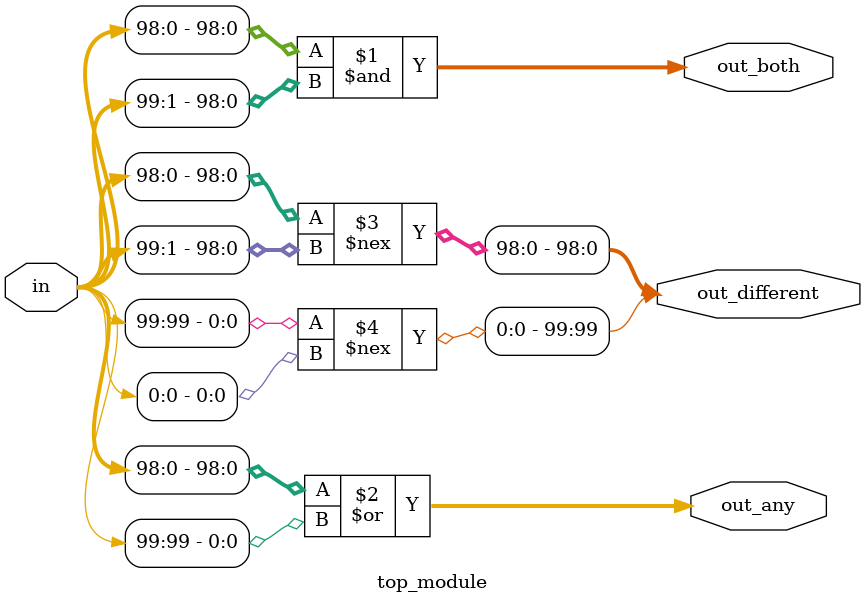
<source format=sv>
module top_module (
    input [99:0] in,
    output [98:0] out_both,
    output [99:1] out_any,
    output [99:0] out_different
);

    assign out_both[98:0] = in[98:0] & in[99:1];
    assign out_any[99:1] = in[98:0] | in[99];
    assign out_different[98:0] = in[98:0] !== in[99:1];
    assign out_different[99] = in[99] !== in[0];

endmodule

</source>
